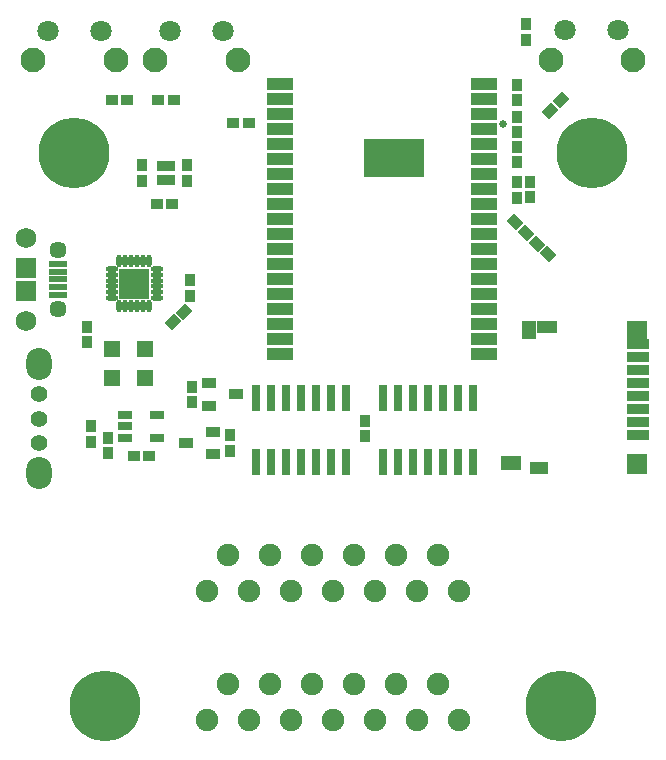
<source format=gbr>
G04 DipTrace 3.3.1.3*
G04 BottomMask.gbr*
%MOMM*%
G04 #@! TF.FileFunction,Soldermask,Bot*
G04 #@! TF.Part,Single*
%AMOUTLINE1*
4,1,4,
-0.70712,0.0707,
-0.0707,0.70712,
0.70712,-0.0707,
0.0707,-0.70712,
-0.70712,0.0707,
0*%
%AMOUTLINE3*
4,1,4,
-0.0707,-0.70712,
-0.70712,-0.0707,
0.0707,0.70712,
0.70712,0.0707,
-0.0707,-0.70712,
0*%
%ADD18C,0.63497*%
%ADD43C,1.9*%
%ADD66C,6.0*%
%ADD75R,1.3X0.8*%
%ADD77R,0.8X2.2*%
%ADD79R,2.65X2.65*%
%ADD81O,0.5X1.05*%
%ADD83O,1.05X0.5*%
%ADD85R,5.2X3.2*%
%ADD87R,2.2X1.1*%
%ADD89C,1.4*%
%ADD91O,2.2X2.7*%
%ADD97C,2.1*%
%ADD98C,1.8*%
%ADD99R,1.25X0.85*%
%ADD101R,0.5X0.87*%
%ADD103R,1.2X1.65*%
%ADD105R,1.7X1.0*%
%ADD107R,1.6X1.0*%
%ADD109R,1.75X1.2*%
%ADD111R,1.7X1.5*%
%ADD113R,1.95X0.9*%
%ADD115R,1.7X1.7*%
%ADD117C,1.75*%
%ADD119C,1.45*%
%ADD121R,1.55X0.6*%
%ADD124R,1.4X1.4*%
%ADD125R,1.1X0.9*%
%ADD127R,0.9X1.1*%
%ADD134OUTLINE1*%
%ADD136OUTLINE3*%
%FSLAX35Y35*%
G04*
G71*
G90*
G75*
G01*
G04 BotMask*
%LPD*%
D127*
X5286257Y6683257D3*
Y6813257D3*
X2111260Y6000633D3*
Y6130633D3*
D134*
X5553253Y5375383D3*
X5461327Y5467310D3*
D127*
X2524003Y5026780D3*
Y5156780D3*
X1650880Y4762380D3*
Y4632380D3*
X4000380Y3968633D3*
Y3838633D3*
X1825507Y3825757D3*
Y3695757D3*
D125*
X2174757Y3667007D3*
X2044757D3*
D124*
X2143007Y4571880D3*
X1863007D3*
X2143007Y4333757D3*
X1863007D3*
D66*
X5921257Y6238757D3*
X1539757D3*
X5658507Y1548757D3*
X1802507D3*
D43*
X2662507Y1434880D3*
X2840507Y1739880D3*
X3018507Y1434880D3*
X3196507Y1739880D3*
X3374507Y1434880D3*
X3552507Y1739880D3*
X3730507Y1434880D3*
X3908507Y1739880D3*
X4086507Y1434880D3*
X4264507Y1739880D3*
X4442507Y1434880D3*
X4620507Y1739880D3*
X4798507Y1434880D3*
Y2530257D3*
X4620507Y2835257D3*
X4442507Y2530257D3*
X4264507Y2835257D3*
X4086507Y2530257D3*
X3908507Y2835257D3*
X3730507Y2530257D3*
X3552507Y2835257D3*
X3374507Y2530257D3*
X3196507Y2835257D3*
X3018507Y2530257D3*
X2840507Y2835257D3*
X2662507Y2530257D3*
D121*
X1404713Y5033883D3*
Y5098883D3*
Y5163883D3*
Y5228883D3*
Y5293883D3*
D119*
Y4913883D3*
Y5413883D3*
D117*
X1134713Y4813883D3*
Y5513883D3*
D115*
Y5063883D3*
Y5263883D3*
D113*
X6318133Y4619507D3*
Y4509407D3*
Y4399507D3*
X6318167Y4289440D3*
Y4179440D3*
Y4069473D3*
Y3959440D3*
X6318133Y3849507D3*
D111*
X6306133Y4739407D3*
D115*
Y3604407D3*
D109*
X5237667Y3610440D3*
D107*
X5480667Y3569473D3*
D105*
X5545733Y4764407D3*
D103*
X5395733Y4732507D3*
D101*
X2270006Y6127633D3*
X2320006D3*
X2370006D3*
Y6002633D3*
X2320006D3*
X2270006D3*
D99*
X2682757Y4095630D3*
Y4285630D3*
X2912757Y4190630D3*
X2714507Y3873380D3*
Y3683380D3*
X2484507Y3778380D3*
D125*
X2888703Y6485123D3*
X3018703D3*
D127*
X5286260Y6413383D3*
Y6543383D3*
X5370077Y7193910D3*
Y7323910D3*
X5286253Y5857757D3*
Y5987757D3*
X5397383Y5858703D3*
Y5988703D3*
D125*
X2368547Y5804617D3*
X2238547D3*
D127*
X2492257Y6000633D3*
Y6130633D3*
D134*
X5367277Y5559123D3*
X5275350Y5651050D3*
D136*
X2375653Y4799607D3*
X2467580Y4891533D3*
D125*
X1857257Y6683257D3*
X1987257D3*
D127*
X5286253Y6157880D3*
Y6287880D3*
D136*
X5665487Y6680743D3*
X5573560Y6588817D3*
D125*
X2254133Y6683257D3*
X2384133D3*
D127*
X2539880Y4127380D3*
Y4257380D3*
X1682630Y3921007D3*
Y3791007D3*
X2857380Y3714633D3*
Y3844633D3*
D98*
X2349380Y7270630D3*
X2799380D3*
D97*
X2224380Y7020630D3*
X2924380D3*
D98*
X5699007Y7272047D3*
X6149007D3*
D97*
X5574007Y7022047D3*
X6274007D3*
D98*
X1317507Y7270657D3*
X1767507D3*
D97*
X1192507Y7020657D3*
X1892507D3*
D91*
X1242710Y4444687D3*
D89*
Y4190663D3*
Y3984313D3*
Y3777937D3*
D91*
Y3523913D3*
D87*
X5008923Y6819107D3*
X5009923Y6692107D3*
Y6565107D3*
Y6438107D3*
Y6311107D3*
Y6184107D3*
Y6057107D3*
Y5930107D3*
Y5803107D3*
Y5676107D3*
Y5549107D3*
Y5422107D3*
Y5295107D3*
Y5168107D3*
X3287717Y5169073D3*
Y5296073D3*
Y5423073D3*
Y5550070D3*
Y5677073D3*
Y4534073D3*
Y4661073D3*
Y4788073D3*
Y4915073D3*
Y5042073D3*
X3287723Y5803207D3*
Y5930207D3*
Y6057207D3*
Y6184207D3*
Y6311207D3*
Y6438207D3*
Y6565207D3*
Y6692207D3*
Y6819207D3*
D85*
X4246923Y6188907D3*
D87*
X5009913Y5041970D3*
Y4914970D3*
Y4787970D3*
Y4660970D3*
Y4533970D3*
D83*
X2238256Y5254507D3*
Y5204507D3*
Y5154507D3*
Y5104507D3*
Y5054507D3*
Y5004507D3*
D81*
X2173256Y4939507D3*
X2123256D3*
X2073256D3*
X2023256D3*
X1973256D3*
X1923256D3*
D83*
X1858256Y5004507D3*
Y5054507D3*
Y5104507D3*
Y5154507D3*
Y5204507D3*
Y5254507D3*
D81*
X1923256Y5319507D3*
X1973256D3*
X2023256D3*
X2073256D3*
X2123256D3*
X2173256D3*
D79*
X2048256Y5129507D3*
D77*
X3841630Y3619380D3*
X3714630D3*
X3587630D3*
X3460630D3*
X3333630D3*
X3206630D3*
X3079630D3*
Y4159380D3*
X3206630D3*
X3333630D3*
X3460630D3*
X3587630D3*
X3714630D3*
X3841630D3*
X4921130Y3619380D3*
X4794130D3*
X4667130D3*
X4540130D3*
X4413130D3*
X4286130D3*
X4159130D3*
Y4159380D3*
X4286130D3*
X4413130D3*
X4540130D3*
X4667130D3*
X4794130D3*
X4921130D3*
D75*
X1968380Y3825757D3*
Y3920757D3*
Y4015757D3*
X2238380D3*
Y3825757D3*
D18*
X5175132Y6476882D3*
M02*

</source>
